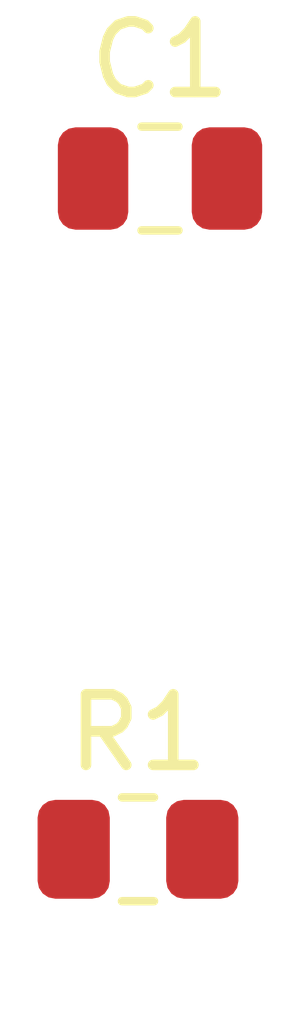
<source format=kicad_pcb>
(kicad_pcb (version 20221018) (generator pcbnew)
  (layers (0 "F.Cu" signal) (31 "B.Cu" signal) (34 "B.Paste" user) (35 "F.Paste" user) (36 "B.SilkS" user "B.Silkscreen") (37 "F.SilkS" user "F.Silkscreen") (38 "B.Mask" user) (39 "F.Mask" user) (44 "Edge.Cuts" user))
  (net 0 "")
  (net 1 "VCC")
  (net 2 "Vdrive")
  (net 3 "GND")
  (footprint "Capacitor_SMD:C_0805_2012Metric" (layer "F.Cu") (at 125.55 79.45)
    (fp_text reference "C1" (at 0 -1.68) (layer "F.SilkS"))
    (fp_text value "10u")
    (fp_line (start -0.261252 -0.735) (end 0.261252 -0.735) (stroke (width 0.12)) (layer "F.SilkS"))
    (fp_line (start -0.261252 0.735) (end 0.261252 0.735) (stroke (width 0.12)) (layer "F.SilkS"))
    (pad "1" smd roundrect (at -0.95 0) (size 1 1.45) (layers "F.Cu" "F.Paste" "F.Mask") (net 2 "Vdrive"))
    (pad "2" smd roundrect (at 0.95 0) (size 1 1.45) (layers "F.Cu" "F.Paste" "F.Mask") (net 3 "GND"))
  )
  (footprint "Resistor_SMD:R_0805_2012Metric" (layer "F.Cu") (at 125.2375 88.95)
    (fp_text reference "R1" (at 0 -1.65) (layer "F.SilkS"))
    (fp_text value "100k")
    (fp_line (start -0.227064 -0.735) (end 0.227064 -0.735) (stroke (width 0.12)) (layer "F.SilkS"))
    (fp_line (start -0.227064 0.735) (end 0.227064 0.735) (stroke (width 0.12)) (layer "F.SilkS"))
    (pad "1" smd roundrect (at -0.9125 0) (size 1.025 1.4) (layers "F.Cu" "F.Paste" "F.Mask") (roundrect_rratio 0.243902) (net 1 "VCC"))
    (pad "2" smd roundrect (at 0.9125 0) (size 1.025 1.4) (layers "F.Cu" "F.Paste" "F.Mask") (roundrect_rratio 0.243902) (net 2 "Vdrive"))
  )
)
</source>
